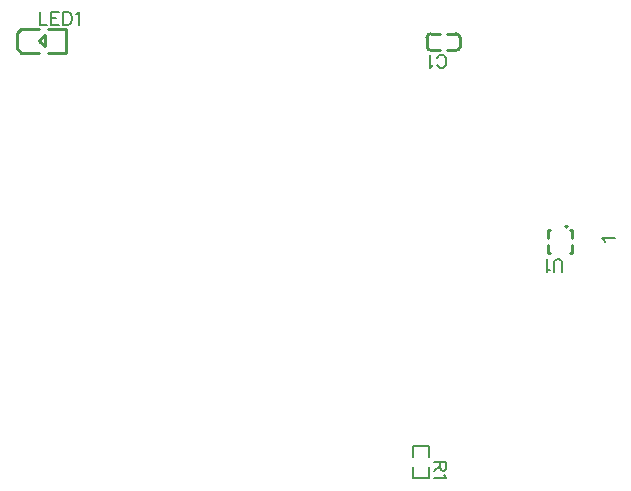
<source format=gto>
G04 Layer: TopSilkscreenLayer*
G04 EasyEDA v6.5.44, 2024-08-16 12:26:17*
G04 7e42b9d55ad24638b13205517f627361,2d8cd5a3a09a4cbeba5460295dcbb1e6,10*
G04 Gerber Generator version 0.2*
G04 Scale: 100 percent, Rotated: No, Reflected: No *
G04 Dimensions in millimeters *
G04 leading zeros omitted , absolute positions ,4 integer and 5 decimal *
%FSLAX45Y45*%
%MOMM*%

%ADD10C,0.1524*%
%ADD11C,0.2540*%

%LPD*%
D10*
X5887211Y-2514600D02*
G01*
X5881877Y-2504186D01*
X5866384Y-2488692D01*
X5975350Y-2488692D01*
X4468622Y-1016507D02*
G01*
X4473956Y-1026921D01*
X4484370Y-1037336D01*
X4494529Y-1042415D01*
X4515358Y-1042415D01*
X4525772Y-1037336D01*
X4536186Y-1026921D01*
X4541520Y-1016507D01*
X4546600Y-1000760D01*
X4546600Y-974852D01*
X4541520Y-959357D01*
X4536186Y-948944D01*
X4525772Y-938529D01*
X4515358Y-933450D01*
X4494529Y-933450D01*
X4484370Y-938529D01*
X4473956Y-948944D01*
X4468622Y-959357D01*
X4434331Y-1021587D02*
G01*
X4423918Y-1026921D01*
X4408424Y-1042415D01*
X4408424Y-933450D01*
X1106551Y-570611D02*
G01*
X1106551Y-679577D01*
X1106551Y-679577D02*
G01*
X1168780Y-679577D01*
X1203070Y-570611D02*
G01*
X1203070Y-679577D01*
X1203070Y-570611D02*
G01*
X1270635Y-570611D01*
X1203070Y-622427D02*
G01*
X1244727Y-622427D01*
X1203070Y-679577D02*
G01*
X1270635Y-679577D01*
X1304925Y-570611D02*
G01*
X1304925Y-679577D01*
X1304925Y-570611D02*
G01*
X1341501Y-570611D01*
X1356995Y-575690D01*
X1367409Y-586104D01*
X1372488Y-596519D01*
X1377822Y-612267D01*
X1377822Y-638175D01*
X1372488Y-653669D01*
X1367409Y-664082D01*
X1356995Y-674496D01*
X1341501Y-679577D01*
X1304925Y-679577D01*
X1412112Y-591438D02*
G01*
X1422527Y-586104D01*
X1438020Y-570611D01*
X1438020Y-679577D01*
X4547615Y-4381500D02*
G01*
X4438650Y-4381500D01*
X4547615Y-4381500D02*
G01*
X4547615Y-4428236D01*
X4542536Y-4443729D01*
X4537202Y-4449063D01*
X4526788Y-4454144D01*
X4516374Y-4454144D01*
X4505959Y-4449063D01*
X4500879Y-4443729D01*
X4495800Y-4428236D01*
X4495800Y-4381500D01*
X4495800Y-4417821D02*
G01*
X4438650Y-4454144D01*
X4526788Y-4488434D02*
G01*
X4532122Y-4498847D01*
X4547615Y-4514595D01*
X4438650Y-4514595D01*
X5528459Y-2774843D02*
G01*
X5528459Y-2696865D01*
X5523379Y-2681371D01*
X5512965Y-2670957D01*
X5497217Y-2665877D01*
X5486803Y-2665877D01*
X5471309Y-2670957D01*
X5460895Y-2681371D01*
X5455815Y-2696865D01*
X5455815Y-2774843D01*
X5421525Y-2754015D02*
G01*
X5411111Y-2759349D01*
X5395363Y-2774843D01*
X5395363Y-2665877D01*
D11*
X4382198Y-865477D02*
G01*
X4382198Y-785474D01*
X4493173Y-896462D02*
G01*
X4413176Y-896462D01*
X4493173Y-754496D02*
G01*
X4413176Y-754496D01*
X4550763Y-897044D02*
G01*
X4630762Y-897044D01*
X4661745Y-866061D02*
G01*
X4661745Y-786063D01*
X4550763Y-755083D02*
G01*
X4630762Y-755083D01*
X1150299Y-762800D02*
G01*
X1110300Y-802800D01*
X1100300Y-812800D01*
X1110300Y-822825D01*
X1150299Y-862825D01*
X1150299Y-762800D02*
G01*
X1150299Y-862825D01*
X1174622Y-914527D02*
G01*
X1329562Y-914527D01*
X1329562Y-711327D01*
X1174622Y-711327D01*
X1095882Y-917067D02*
G01*
X948562Y-917067D01*
X907922Y-876427D01*
X907922Y-749427D01*
X946022Y-711327D01*
X1098422Y-711327D01*
D10*
X4264639Y-4424121D02*
G01*
X4264639Y-4520008D01*
X4396760Y-4520008D01*
X4396760Y-4424121D01*
X4264639Y-4338878D02*
G01*
X4264639Y-4242991D01*
X4396760Y-4242991D01*
X4396760Y-4338878D01*
D11*
X5425986Y-2614602D02*
G01*
X5411797Y-2614602D01*
X5611799Y-2547109D02*
G01*
X5611799Y-2614602D01*
X5597603Y-2614602D01*
X5597603Y-2414602D02*
G01*
X5611799Y-2414602D01*
X5611799Y-2482108D01*
X5411797Y-2414602D02*
G01*
X5425986Y-2414602D01*
X5411797Y-2482108D02*
G01*
X5411797Y-2414602D01*
X5411797Y-2614602D02*
G01*
X5411797Y-2547109D01*
G75*
G01*
X4661751Y-866061D02*
G02*
X4630768Y-897044I-30983J0D01*
G75*
G01*
X4630768Y-755078D02*
G02*
X4661751Y-786064I0J-30983D01*
G75*
G01*
X4413181Y-896463D02*
G02*
X4382199Y-865477I0J30983D01*
G75*
G01*
X4382199Y-785480D02*
G02*
X4413181Y-754497I30982J0D01*
G75*
G01
X5568925Y-2387600D02*
G03X5568925Y-2387600I-6350J0D01*
M02*

</source>
